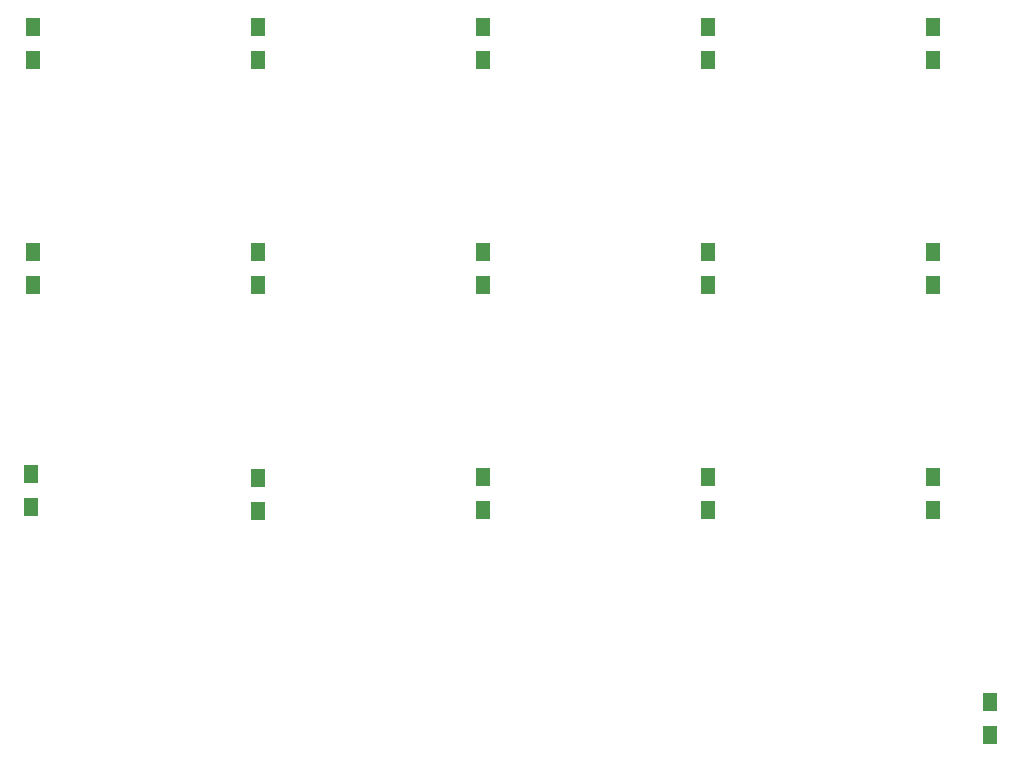
<source format=gbr>
G04 #@! TF.GenerationSoftware,KiCad,Pcbnew,(5.1.9)-1*
G04 #@! TF.CreationDate,2021-01-20T21:20:51-05:00*
G04 #@! TF.ProjectId,splitty,73706c69-7474-4792-9e6b-696361645f70,rev?*
G04 #@! TF.SameCoordinates,Original*
G04 #@! TF.FileFunction,Paste,Bot*
G04 #@! TF.FilePolarity,Positive*
%FSLAX46Y46*%
G04 Gerber Fmt 4.6, Leading zero omitted, Abs format (unit mm)*
G04 Created by KiCad (PCBNEW (5.1.9)-1) date 2021-01-20 21:20:51*
%MOMM*%
%LPD*%
G01*
G04 APERTURE LIST*
%ADD10R,1.200000X1.600000*%
G04 APERTURE END LIST*
D10*
X164719000Y-67440000D03*
X164719000Y-64640000D03*
X183769000Y-67440000D03*
X183769000Y-64640000D03*
X202819000Y-67440000D03*
X202819000Y-64640000D03*
X221869000Y-67440000D03*
X221869000Y-64640000D03*
X240919000Y-67440000D03*
X240919000Y-64640000D03*
X164719000Y-86453000D03*
X164719000Y-83653000D03*
X183769000Y-86450000D03*
X183769000Y-83650000D03*
X202819000Y-86453000D03*
X202819000Y-83653000D03*
X221869000Y-86450000D03*
X221869000Y-83650000D03*
X240919000Y-86450000D03*
X240919000Y-83650000D03*
X164592000Y-105249000D03*
X164592000Y-102449000D03*
X183769000Y-105627000D03*
X183769000Y-102827000D03*
X202819000Y-105503000D03*
X202819000Y-102703000D03*
X221869000Y-105500000D03*
X221869000Y-102700000D03*
X240919000Y-105503000D03*
X240919000Y-102703000D03*
X245745000Y-124590000D03*
X245745000Y-121790000D03*
M02*

</source>
